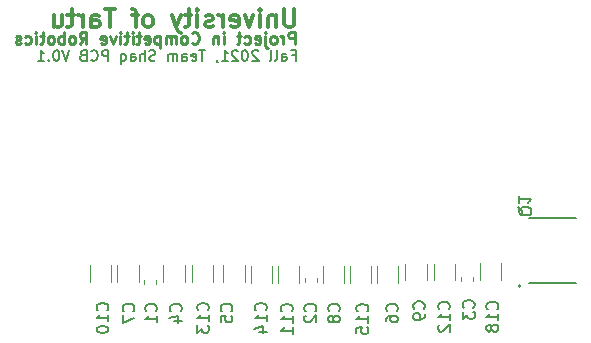
<source format=gbo>
G04 #@! TF.GenerationSoftware,KiCad,Pcbnew,5.99.0+really5.1.10+dfsg1-1*
G04 #@! TF.CreationDate,2021-12-28T19:21:21+02:00*
G04 #@! TF.ProjectId,components_main_board,636f6d70-6f6e-4656-9e74-735f6d61696e,V0.1*
G04 #@! TF.SameCoordinates,Original*
G04 #@! TF.FileFunction,Legend,Bot*
G04 #@! TF.FilePolarity,Positive*
%FSLAX46Y46*%
G04 Gerber Fmt 4.6, Leading zero omitted, Abs format (unit mm)*
G04 Created by KiCad (PCBNEW 5.99.0+really5.1.10+dfsg1-1) date 2021-12-28 19:21:21*
%MOMM*%
%LPD*%
G01*
G04 APERTURE LIST*
%ADD10C,0.200000*%
%ADD11C,0.250000*%
%ADD12C,0.300000*%
%ADD13C,0.120000*%
%ADD14C,0.127000*%
%ADD15C,0.150000*%
G04 APERTURE END LIST*
D10*
X213796914Y-103068914D02*
X214096914Y-103068914D01*
X214096914Y-103540342D02*
X214096914Y-102640342D01*
X213668342Y-102640342D01*
X212939771Y-103540342D02*
X212939771Y-103068914D01*
X212982628Y-102983200D01*
X213068342Y-102940342D01*
X213239771Y-102940342D01*
X213325485Y-102983200D01*
X212939771Y-103497485D02*
X213025485Y-103540342D01*
X213239771Y-103540342D01*
X213325485Y-103497485D01*
X213368342Y-103411771D01*
X213368342Y-103326057D01*
X213325485Y-103240342D01*
X213239771Y-103197485D01*
X213025485Y-103197485D01*
X212939771Y-103154628D01*
X212382628Y-103540342D02*
X212468342Y-103497485D01*
X212511200Y-103411771D01*
X212511200Y-102640342D01*
X211911200Y-103540342D02*
X211996914Y-103497485D01*
X212039771Y-103411771D01*
X212039771Y-102640342D01*
X210925485Y-102726057D02*
X210882628Y-102683200D01*
X210796914Y-102640342D01*
X210582628Y-102640342D01*
X210496914Y-102683200D01*
X210454057Y-102726057D01*
X210411200Y-102811771D01*
X210411200Y-102897485D01*
X210454057Y-103026057D01*
X210968342Y-103540342D01*
X210411200Y-103540342D01*
X209854057Y-102640342D02*
X209768342Y-102640342D01*
X209682628Y-102683200D01*
X209639771Y-102726057D01*
X209596914Y-102811771D01*
X209554057Y-102983200D01*
X209554057Y-103197485D01*
X209596914Y-103368914D01*
X209639771Y-103454628D01*
X209682628Y-103497485D01*
X209768342Y-103540342D01*
X209854057Y-103540342D01*
X209939771Y-103497485D01*
X209982628Y-103454628D01*
X210025485Y-103368914D01*
X210068342Y-103197485D01*
X210068342Y-102983200D01*
X210025485Y-102811771D01*
X209982628Y-102726057D01*
X209939771Y-102683200D01*
X209854057Y-102640342D01*
X209211200Y-102726057D02*
X209168342Y-102683200D01*
X209082628Y-102640342D01*
X208868342Y-102640342D01*
X208782628Y-102683200D01*
X208739771Y-102726057D01*
X208696914Y-102811771D01*
X208696914Y-102897485D01*
X208739771Y-103026057D01*
X209254057Y-103540342D01*
X208696914Y-103540342D01*
X207839771Y-103540342D02*
X208354057Y-103540342D01*
X208096914Y-103540342D02*
X208096914Y-102640342D01*
X208182628Y-102768914D01*
X208268342Y-102854628D01*
X208354057Y-102897485D01*
X207411200Y-103497485D02*
X207411200Y-103540342D01*
X207454057Y-103626057D01*
X207496914Y-103668914D01*
X206468342Y-102640342D02*
X205954057Y-102640342D01*
X206211200Y-103540342D02*
X206211200Y-102640342D01*
X205311200Y-103497485D02*
X205396914Y-103540342D01*
X205568342Y-103540342D01*
X205654057Y-103497485D01*
X205696914Y-103411771D01*
X205696914Y-103068914D01*
X205654057Y-102983200D01*
X205568342Y-102940342D01*
X205396914Y-102940342D01*
X205311200Y-102983200D01*
X205268342Y-103068914D01*
X205268342Y-103154628D01*
X205696914Y-103240342D01*
X204496914Y-103540342D02*
X204496914Y-103068914D01*
X204539771Y-102983200D01*
X204625485Y-102940342D01*
X204796914Y-102940342D01*
X204882628Y-102983200D01*
X204496914Y-103497485D02*
X204582628Y-103540342D01*
X204796914Y-103540342D01*
X204882628Y-103497485D01*
X204925485Y-103411771D01*
X204925485Y-103326057D01*
X204882628Y-103240342D01*
X204796914Y-103197485D01*
X204582628Y-103197485D01*
X204496914Y-103154628D01*
X204068342Y-103540342D02*
X204068342Y-102940342D01*
X204068342Y-103026057D02*
X204025485Y-102983200D01*
X203939771Y-102940342D01*
X203811200Y-102940342D01*
X203725485Y-102983200D01*
X203682628Y-103068914D01*
X203682628Y-103540342D01*
X203682628Y-103068914D02*
X203639771Y-102983200D01*
X203554057Y-102940342D01*
X203425485Y-102940342D01*
X203339771Y-102983200D01*
X203296914Y-103068914D01*
X203296914Y-103540342D01*
X202225485Y-103497485D02*
X202096914Y-103540342D01*
X201882628Y-103540342D01*
X201796914Y-103497485D01*
X201754057Y-103454628D01*
X201711200Y-103368914D01*
X201711200Y-103283200D01*
X201754057Y-103197485D01*
X201796914Y-103154628D01*
X201882628Y-103111771D01*
X202054057Y-103068914D01*
X202139771Y-103026057D01*
X202182628Y-102983200D01*
X202225485Y-102897485D01*
X202225485Y-102811771D01*
X202182628Y-102726057D01*
X202139771Y-102683200D01*
X202054057Y-102640342D01*
X201839771Y-102640342D01*
X201711200Y-102683200D01*
X201325485Y-103540342D02*
X201325485Y-102640342D01*
X200939771Y-103540342D02*
X200939771Y-103068914D01*
X200982628Y-102983200D01*
X201068342Y-102940342D01*
X201196914Y-102940342D01*
X201282628Y-102983200D01*
X201325485Y-103026057D01*
X200125485Y-103540342D02*
X200125485Y-103068914D01*
X200168342Y-102983200D01*
X200254057Y-102940342D01*
X200425485Y-102940342D01*
X200511200Y-102983200D01*
X200125485Y-103497485D02*
X200211200Y-103540342D01*
X200425485Y-103540342D01*
X200511200Y-103497485D01*
X200554057Y-103411771D01*
X200554057Y-103326057D01*
X200511200Y-103240342D01*
X200425485Y-103197485D01*
X200211200Y-103197485D01*
X200125485Y-103154628D01*
X199311200Y-102940342D02*
X199311200Y-103840342D01*
X199311200Y-103497485D02*
X199396914Y-103540342D01*
X199568342Y-103540342D01*
X199654057Y-103497485D01*
X199696914Y-103454628D01*
X199739771Y-103368914D01*
X199739771Y-103111771D01*
X199696914Y-103026057D01*
X199654057Y-102983200D01*
X199568342Y-102940342D01*
X199396914Y-102940342D01*
X199311200Y-102983200D01*
X198196914Y-103540342D02*
X198196914Y-102640342D01*
X197854057Y-102640342D01*
X197768342Y-102683200D01*
X197725485Y-102726057D01*
X197682628Y-102811771D01*
X197682628Y-102940342D01*
X197725485Y-103026057D01*
X197768342Y-103068914D01*
X197854057Y-103111771D01*
X198196914Y-103111771D01*
X196782628Y-103454628D02*
X196825485Y-103497485D01*
X196954057Y-103540342D01*
X197039771Y-103540342D01*
X197168342Y-103497485D01*
X197254057Y-103411771D01*
X197296914Y-103326057D01*
X197339771Y-103154628D01*
X197339771Y-103026057D01*
X197296914Y-102854628D01*
X197254057Y-102768914D01*
X197168342Y-102683200D01*
X197039771Y-102640342D01*
X196954057Y-102640342D01*
X196825485Y-102683200D01*
X196782628Y-102726057D01*
X196096914Y-103068914D02*
X195968342Y-103111771D01*
X195925485Y-103154628D01*
X195882628Y-103240342D01*
X195882628Y-103368914D01*
X195925485Y-103454628D01*
X195968342Y-103497485D01*
X196054057Y-103540342D01*
X196396914Y-103540342D01*
X196396914Y-102640342D01*
X196096914Y-102640342D01*
X196011200Y-102683200D01*
X195968342Y-102726057D01*
X195925485Y-102811771D01*
X195925485Y-102897485D01*
X195968342Y-102983200D01*
X196011200Y-103026057D01*
X196096914Y-103068914D01*
X196396914Y-103068914D01*
X194939771Y-102640342D02*
X194639771Y-103540342D01*
X194339771Y-102640342D01*
X193868342Y-102640342D02*
X193782628Y-102640342D01*
X193696914Y-102683200D01*
X193654057Y-102726057D01*
X193611200Y-102811771D01*
X193568342Y-102983200D01*
X193568342Y-103197485D01*
X193611200Y-103368914D01*
X193654057Y-103454628D01*
X193696914Y-103497485D01*
X193782628Y-103540342D01*
X193868342Y-103540342D01*
X193954057Y-103497485D01*
X193996914Y-103454628D01*
X194039771Y-103368914D01*
X194082628Y-103197485D01*
X194082628Y-102983200D01*
X194039771Y-102811771D01*
X193996914Y-102726057D01*
X193954057Y-102683200D01*
X193868342Y-102640342D01*
X193182628Y-103454628D02*
X193139771Y-103497485D01*
X193182628Y-103540342D01*
X193225485Y-103497485D01*
X193182628Y-103454628D01*
X193182628Y-103540342D01*
X192282628Y-103540342D02*
X192796914Y-103540342D01*
X192539771Y-103540342D02*
X192539771Y-102640342D01*
X192625485Y-102768914D01*
X192711200Y-102854628D01*
X192796914Y-102897485D01*
D11*
X214055523Y-102112380D02*
X214055523Y-101112380D01*
X213674571Y-101112380D01*
X213579333Y-101160000D01*
X213531714Y-101207619D01*
X213484095Y-101302857D01*
X213484095Y-101445714D01*
X213531714Y-101540952D01*
X213579333Y-101588571D01*
X213674571Y-101636190D01*
X214055523Y-101636190D01*
X213055523Y-102112380D02*
X213055523Y-101445714D01*
X213055523Y-101636190D02*
X213007904Y-101540952D01*
X212960285Y-101493333D01*
X212865047Y-101445714D01*
X212769809Y-101445714D01*
X212293619Y-102112380D02*
X212388857Y-102064761D01*
X212436476Y-102017142D01*
X212484095Y-101921904D01*
X212484095Y-101636190D01*
X212436476Y-101540952D01*
X212388857Y-101493333D01*
X212293619Y-101445714D01*
X212150761Y-101445714D01*
X212055523Y-101493333D01*
X212007904Y-101540952D01*
X211960285Y-101636190D01*
X211960285Y-101921904D01*
X212007904Y-102017142D01*
X212055523Y-102064761D01*
X212150761Y-102112380D01*
X212293619Y-102112380D01*
X211531714Y-101445714D02*
X211531714Y-102302857D01*
X211579333Y-102398095D01*
X211674571Y-102445714D01*
X211722190Y-102445714D01*
X211531714Y-101112380D02*
X211579333Y-101160000D01*
X211531714Y-101207619D01*
X211484095Y-101160000D01*
X211531714Y-101112380D01*
X211531714Y-101207619D01*
X210674571Y-102064761D02*
X210769809Y-102112380D01*
X210960285Y-102112380D01*
X211055523Y-102064761D01*
X211103142Y-101969523D01*
X211103142Y-101588571D01*
X211055523Y-101493333D01*
X210960285Y-101445714D01*
X210769809Y-101445714D01*
X210674571Y-101493333D01*
X210626952Y-101588571D01*
X210626952Y-101683809D01*
X211103142Y-101779047D01*
X209769809Y-102064761D02*
X209865047Y-102112380D01*
X210055523Y-102112380D01*
X210150761Y-102064761D01*
X210198380Y-102017142D01*
X210246000Y-101921904D01*
X210246000Y-101636190D01*
X210198380Y-101540952D01*
X210150761Y-101493333D01*
X210055523Y-101445714D01*
X209865047Y-101445714D01*
X209769809Y-101493333D01*
X209484095Y-101445714D02*
X209103142Y-101445714D01*
X209341238Y-101112380D02*
X209341238Y-101969523D01*
X209293619Y-102064761D01*
X209198380Y-102112380D01*
X209103142Y-102112380D01*
X208007904Y-102112380D02*
X208007904Y-101445714D01*
X208007904Y-101112380D02*
X208055523Y-101160000D01*
X208007904Y-101207619D01*
X207960285Y-101160000D01*
X208007904Y-101112380D01*
X208007904Y-101207619D01*
X207531714Y-101445714D02*
X207531714Y-102112380D01*
X207531714Y-101540952D02*
X207484095Y-101493333D01*
X207388857Y-101445714D01*
X207246000Y-101445714D01*
X207150761Y-101493333D01*
X207103142Y-101588571D01*
X207103142Y-102112380D01*
X205293619Y-102017142D02*
X205341238Y-102064761D01*
X205484095Y-102112380D01*
X205579333Y-102112380D01*
X205722190Y-102064761D01*
X205817428Y-101969523D01*
X205865047Y-101874285D01*
X205912666Y-101683809D01*
X205912666Y-101540952D01*
X205865047Y-101350476D01*
X205817428Y-101255238D01*
X205722190Y-101160000D01*
X205579333Y-101112380D01*
X205484095Y-101112380D01*
X205341238Y-101160000D01*
X205293619Y-101207619D01*
X204722190Y-102112380D02*
X204817428Y-102064761D01*
X204865047Y-102017142D01*
X204912666Y-101921904D01*
X204912666Y-101636190D01*
X204865047Y-101540952D01*
X204817428Y-101493333D01*
X204722190Y-101445714D01*
X204579333Y-101445714D01*
X204484095Y-101493333D01*
X204436476Y-101540952D01*
X204388857Y-101636190D01*
X204388857Y-101921904D01*
X204436476Y-102017142D01*
X204484095Y-102064761D01*
X204579333Y-102112380D01*
X204722190Y-102112380D01*
X203960285Y-102112380D02*
X203960285Y-101445714D01*
X203960285Y-101540952D02*
X203912666Y-101493333D01*
X203817428Y-101445714D01*
X203674571Y-101445714D01*
X203579333Y-101493333D01*
X203531714Y-101588571D01*
X203531714Y-102112380D01*
X203531714Y-101588571D02*
X203484095Y-101493333D01*
X203388857Y-101445714D01*
X203246000Y-101445714D01*
X203150761Y-101493333D01*
X203103142Y-101588571D01*
X203103142Y-102112380D01*
X202626952Y-101445714D02*
X202626952Y-102445714D01*
X202626952Y-101493333D02*
X202531714Y-101445714D01*
X202341238Y-101445714D01*
X202246000Y-101493333D01*
X202198380Y-101540952D01*
X202150761Y-101636190D01*
X202150761Y-101921904D01*
X202198380Y-102017142D01*
X202246000Y-102064761D01*
X202341238Y-102112380D01*
X202531714Y-102112380D01*
X202626952Y-102064761D01*
X201341238Y-102064761D02*
X201436476Y-102112380D01*
X201626952Y-102112380D01*
X201722190Y-102064761D01*
X201769809Y-101969523D01*
X201769809Y-101588571D01*
X201722190Y-101493333D01*
X201626952Y-101445714D01*
X201436476Y-101445714D01*
X201341238Y-101493333D01*
X201293619Y-101588571D01*
X201293619Y-101683809D01*
X201769809Y-101779047D01*
X201007904Y-101445714D02*
X200626952Y-101445714D01*
X200865047Y-101112380D02*
X200865047Y-101969523D01*
X200817428Y-102064761D01*
X200722190Y-102112380D01*
X200626952Y-102112380D01*
X200293619Y-102112380D02*
X200293619Y-101445714D01*
X200293619Y-101112380D02*
X200341238Y-101160000D01*
X200293619Y-101207619D01*
X200246000Y-101160000D01*
X200293619Y-101112380D01*
X200293619Y-101207619D01*
X199960285Y-101445714D02*
X199579333Y-101445714D01*
X199817428Y-101112380D02*
X199817428Y-101969523D01*
X199769809Y-102064761D01*
X199674571Y-102112380D01*
X199579333Y-102112380D01*
X199246000Y-102112380D02*
X199246000Y-101445714D01*
X199246000Y-101112380D02*
X199293619Y-101160000D01*
X199246000Y-101207619D01*
X199198380Y-101160000D01*
X199246000Y-101112380D01*
X199246000Y-101207619D01*
X198865047Y-101445714D02*
X198626952Y-102112380D01*
X198388857Y-101445714D01*
X197626952Y-102064761D02*
X197722190Y-102112380D01*
X197912666Y-102112380D01*
X198007904Y-102064761D01*
X198055523Y-101969523D01*
X198055523Y-101588571D01*
X198007904Y-101493333D01*
X197912666Y-101445714D01*
X197722190Y-101445714D01*
X197626952Y-101493333D01*
X197579333Y-101588571D01*
X197579333Y-101683809D01*
X198055523Y-101779047D01*
X195817428Y-102112380D02*
X196150761Y-101636190D01*
X196388857Y-102112380D02*
X196388857Y-101112380D01*
X196007904Y-101112380D01*
X195912666Y-101160000D01*
X195865047Y-101207619D01*
X195817428Y-101302857D01*
X195817428Y-101445714D01*
X195865047Y-101540952D01*
X195912666Y-101588571D01*
X196007904Y-101636190D01*
X196388857Y-101636190D01*
X195246000Y-102112380D02*
X195341238Y-102064761D01*
X195388857Y-102017142D01*
X195436476Y-101921904D01*
X195436476Y-101636190D01*
X195388857Y-101540952D01*
X195341238Y-101493333D01*
X195246000Y-101445714D01*
X195103142Y-101445714D01*
X195007904Y-101493333D01*
X194960285Y-101540952D01*
X194912666Y-101636190D01*
X194912666Y-101921904D01*
X194960285Y-102017142D01*
X195007904Y-102064761D01*
X195103142Y-102112380D01*
X195246000Y-102112380D01*
X194484095Y-102112380D02*
X194484095Y-101112380D01*
X194484095Y-101493333D02*
X194388857Y-101445714D01*
X194198380Y-101445714D01*
X194103142Y-101493333D01*
X194055523Y-101540952D01*
X194007904Y-101636190D01*
X194007904Y-101921904D01*
X194055523Y-102017142D01*
X194103142Y-102064761D01*
X194198380Y-102112380D01*
X194388857Y-102112380D01*
X194484095Y-102064761D01*
X193436476Y-102112380D02*
X193531714Y-102064761D01*
X193579333Y-102017142D01*
X193626952Y-101921904D01*
X193626952Y-101636190D01*
X193579333Y-101540952D01*
X193531714Y-101493333D01*
X193436476Y-101445714D01*
X193293619Y-101445714D01*
X193198380Y-101493333D01*
X193150761Y-101540952D01*
X193103142Y-101636190D01*
X193103142Y-101921904D01*
X193150761Y-102017142D01*
X193198380Y-102064761D01*
X193293619Y-102112380D01*
X193436476Y-102112380D01*
X192817428Y-101445714D02*
X192436476Y-101445714D01*
X192674571Y-101112380D02*
X192674571Y-101969523D01*
X192626952Y-102064761D01*
X192531714Y-102112380D01*
X192436476Y-102112380D01*
X192103142Y-102112380D02*
X192103142Y-101445714D01*
X192103142Y-101112380D02*
X192150761Y-101160000D01*
X192103142Y-101207619D01*
X192055523Y-101160000D01*
X192103142Y-101112380D01*
X192103142Y-101207619D01*
X191198380Y-102064761D02*
X191293619Y-102112380D01*
X191484095Y-102112380D01*
X191579333Y-102064761D01*
X191626952Y-102017142D01*
X191674571Y-101921904D01*
X191674571Y-101636190D01*
X191626952Y-101540952D01*
X191579333Y-101493333D01*
X191484095Y-101445714D01*
X191293619Y-101445714D01*
X191198380Y-101493333D01*
X190817428Y-102064761D02*
X190722190Y-102112380D01*
X190531714Y-102112380D01*
X190436476Y-102064761D01*
X190388857Y-101969523D01*
X190388857Y-101921904D01*
X190436476Y-101826666D01*
X190531714Y-101779047D01*
X190674571Y-101779047D01*
X190769809Y-101731428D01*
X190817428Y-101636190D01*
X190817428Y-101588571D01*
X190769809Y-101493333D01*
X190674571Y-101445714D01*
X190531714Y-101445714D01*
X190436476Y-101493333D01*
D12*
X213999371Y-99187571D02*
X213999371Y-100401857D01*
X213927942Y-100544714D01*
X213856514Y-100616142D01*
X213713657Y-100687571D01*
X213427942Y-100687571D01*
X213285085Y-100616142D01*
X213213657Y-100544714D01*
X213142228Y-100401857D01*
X213142228Y-99187571D01*
X212427942Y-99687571D02*
X212427942Y-100687571D01*
X212427942Y-99830428D02*
X212356514Y-99759000D01*
X212213657Y-99687571D01*
X211999371Y-99687571D01*
X211856514Y-99759000D01*
X211785085Y-99901857D01*
X211785085Y-100687571D01*
X211070800Y-100687571D02*
X211070800Y-99687571D01*
X211070800Y-99187571D02*
X211142228Y-99259000D01*
X211070800Y-99330428D01*
X210999371Y-99259000D01*
X211070800Y-99187571D01*
X211070800Y-99330428D01*
X210499371Y-99687571D02*
X210142228Y-100687571D01*
X209785085Y-99687571D01*
X208642228Y-100616142D02*
X208785085Y-100687571D01*
X209070800Y-100687571D01*
X209213657Y-100616142D01*
X209285085Y-100473285D01*
X209285085Y-99901857D01*
X209213657Y-99759000D01*
X209070800Y-99687571D01*
X208785085Y-99687571D01*
X208642228Y-99759000D01*
X208570800Y-99901857D01*
X208570800Y-100044714D01*
X209285085Y-100187571D01*
X207927942Y-100687571D02*
X207927942Y-99687571D01*
X207927942Y-99973285D02*
X207856514Y-99830428D01*
X207785085Y-99759000D01*
X207642228Y-99687571D01*
X207499371Y-99687571D01*
X207070800Y-100616142D02*
X206927942Y-100687571D01*
X206642228Y-100687571D01*
X206499371Y-100616142D01*
X206427942Y-100473285D01*
X206427942Y-100401857D01*
X206499371Y-100259000D01*
X206642228Y-100187571D01*
X206856514Y-100187571D01*
X206999371Y-100116142D01*
X207070800Y-99973285D01*
X207070800Y-99901857D01*
X206999371Y-99759000D01*
X206856514Y-99687571D01*
X206642228Y-99687571D01*
X206499371Y-99759000D01*
X205785085Y-100687571D02*
X205785085Y-99687571D01*
X205785085Y-99187571D02*
X205856514Y-99259000D01*
X205785085Y-99330428D01*
X205713657Y-99259000D01*
X205785085Y-99187571D01*
X205785085Y-99330428D01*
X205285085Y-99687571D02*
X204713657Y-99687571D01*
X205070800Y-99187571D02*
X205070800Y-100473285D01*
X204999371Y-100616142D01*
X204856514Y-100687571D01*
X204713657Y-100687571D01*
X204356514Y-99687571D02*
X203999371Y-100687571D01*
X203642228Y-99687571D02*
X203999371Y-100687571D01*
X204142228Y-101044714D01*
X204213657Y-101116142D01*
X204356514Y-101187571D01*
X201713657Y-100687571D02*
X201856514Y-100616142D01*
X201927942Y-100544714D01*
X201999371Y-100401857D01*
X201999371Y-99973285D01*
X201927942Y-99830428D01*
X201856514Y-99759000D01*
X201713657Y-99687571D01*
X201499371Y-99687571D01*
X201356514Y-99759000D01*
X201285085Y-99830428D01*
X201213657Y-99973285D01*
X201213657Y-100401857D01*
X201285085Y-100544714D01*
X201356514Y-100616142D01*
X201499371Y-100687571D01*
X201713657Y-100687571D01*
X200785085Y-99687571D02*
X200213657Y-99687571D01*
X200570800Y-100687571D02*
X200570800Y-99401857D01*
X200499371Y-99259000D01*
X200356514Y-99187571D01*
X200213657Y-99187571D01*
X198785085Y-99187571D02*
X197927942Y-99187571D01*
X198356514Y-100687571D02*
X198356514Y-99187571D01*
X196785085Y-100687571D02*
X196785085Y-99901857D01*
X196856514Y-99759000D01*
X196999371Y-99687571D01*
X197285085Y-99687571D01*
X197427942Y-99759000D01*
X196785085Y-100616142D02*
X196927942Y-100687571D01*
X197285085Y-100687571D01*
X197427942Y-100616142D01*
X197499371Y-100473285D01*
X197499371Y-100330428D01*
X197427942Y-100187571D01*
X197285085Y-100116142D01*
X196927942Y-100116142D01*
X196785085Y-100044714D01*
X196070800Y-100687571D02*
X196070800Y-99687571D01*
X196070800Y-99973285D02*
X195999371Y-99830428D01*
X195927942Y-99759000D01*
X195785085Y-99687571D01*
X195642228Y-99687571D01*
X195356514Y-99687571D02*
X194785085Y-99687571D01*
X195142228Y-99187571D02*
X195142228Y-100473285D01*
X195070800Y-100616142D01*
X194927942Y-100687571D01*
X194785085Y-100687571D01*
X193642228Y-99687571D02*
X193642228Y-100687571D01*
X194285085Y-99687571D02*
X194285085Y-100473285D01*
X194213657Y-100616142D01*
X194070800Y-100687571D01*
X193856514Y-100687571D01*
X193713657Y-100616142D01*
X193642228Y-100544714D01*
D13*
X229690000Y-120688748D02*
X229690000Y-122111252D01*
X231510000Y-120688748D02*
X231510000Y-122111252D01*
X218690000Y-120913748D02*
X218690000Y-122336252D01*
X220510000Y-120913748D02*
X220510000Y-122336252D01*
X210290000Y-120888748D02*
X210290000Y-122311252D01*
X212110000Y-120888748D02*
X212110000Y-122311252D01*
X205290000Y-120863748D02*
X205290000Y-122286252D01*
X207110000Y-120863748D02*
X207110000Y-122286252D01*
X225790000Y-120713748D02*
X225790000Y-122136252D01*
X227610000Y-120713748D02*
X227610000Y-122136252D01*
X212590000Y-120913748D02*
X212590000Y-122336252D01*
X214410000Y-120913748D02*
X214410000Y-122336252D01*
X196690000Y-120863748D02*
X196690000Y-122286252D01*
X198510000Y-120863748D02*
X198510000Y-122286252D01*
X223390000Y-120713748D02*
X223390000Y-122136252D01*
X225210000Y-120713748D02*
X225210000Y-122136252D01*
X216390000Y-120888748D02*
X216390000Y-122311252D01*
X218210000Y-120888748D02*
X218210000Y-122311252D01*
X198990000Y-120863748D02*
X198990000Y-122286252D01*
X200810000Y-120863748D02*
X200810000Y-122286252D01*
X220990000Y-120913748D02*
X220990000Y-122336252D01*
X222810000Y-120913748D02*
X222810000Y-122336252D01*
X207990000Y-120863748D02*
X207990000Y-122286252D01*
X209810000Y-120863748D02*
X209810000Y-122286252D01*
X202890000Y-120863748D02*
X202890000Y-122286252D01*
X204710000Y-120863748D02*
X204710000Y-122286252D01*
D10*
X233157000Y-122592400D02*
G75*
G03*
X233157000Y-122592400I-100000J0D01*
G01*
D14*
X237832000Y-122312400D02*
X233882000Y-122312400D01*
X233882000Y-116872400D02*
X237832000Y-116872400D01*
D13*
X229110000Y-121867921D02*
X229110000Y-122193479D01*
X228090000Y-121867921D02*
X228090000Y-122193479D01*
X202310000Y-122124721D02*
X202310000Y-122450279D01*
X201290000Y-122124721D02*
X201290000Y-122450279D01*
X214890000Y-121944221D02*
X214890000Y-122269779D01*
X215910000Y-121944221D02*
X215910000Y-122269779D01*
D15*
X231157142Y-124557142D02*
X231204761Y-124509523D01*
X231252380Y-124366666D01*
X231252380Y-124271428D01*
X231204761Y-124128571D01*
X231109523Y-124033333D01*
X231014285Y-123985714D01*
X230823809Y-123938095D01*
X230680952Y-123938095D01*
X230490476Y-123985714D01*
X230395238Y-124033333D01*
X230300000Y-124128571D01*
X230252380Y-124271428D01*
X230252380Y-124366666D01*
X230300000Y-124509523D01*
X230347619Y-124557142D01*
X231252380Y-125509523D02*
X231252380Y-124938095D01*
X231252380Y-125223809D02*
X230252380Y-125223809D01*
X230395238Y-125128571D01*
X230490476Y-125033333D01*
X230538095Y-124938095D01*
X230680952Y-126080952D02*
X230633333Y-125985714D01*
X230585714Y-125938095D01*
X230490476Y-125890476D01*
X230442857Y-125890476D01*
X230347619Y-125938095D01*
X230300000Y-125985714D01*
X230252380Y-126080952D01*
X230252380Y-126271428D01*
X230300000Y-126366666D01*
X230347619Y-126414285D01*
X230442857Y-126461904D01*
X230490476Y-126461904D01*
X230585714Y-126414285D01*
X230633333Y-126366666D01*
X230680952Y-126271428D01*
X230680952Y-126080952D01*
X230728571Y-125985714D01*
X230776190Y-125938095D01*
X230871428Y-125890476D01*
X231061904Y-125890476D01*
X231157142Y-125938095D01*
X231204761Y-125985714D01*
X231252380Y-126080952D01*
X231252380Y-126271428D01*
X231204761Y-126366666D01*
X231157142Y-126414285D01*
X231061904Y-126461904D01*
X230871428Y-126461904D01*
X230776190Y-126414285D01*
X230728571Y-126366666D01*
X230680952Y-126271428D01*
X220157142Y-124757142D02*
X220204761Y-124709523D01*
X220252380Y-124566666D01*
X220252380Y-124471428D01*
X220204761Y-124328571D01*
X220109523Y-124233333D01*
X220014285Y-124185714D01*
X219823809Y-124138095D01*
X219680952Y-124138095D01*
X219490476Y-124185714D01*
X219395238Y-124233333D01*
X219300000Y-124328571D01*
X219252380Y-124471428D01*
X219252380Y-124566666D01*
X219300000Y-124709523D01*
X219347619Y-124757142D01*
X220252380Y-125709523D02*
X220252380Y-125138095D01*
X220252380Y-125423809D02*
X219252380Y-125423809D01*
X219395238Y-125328571D01*
X219490476Y-125233333D01*
X219538095Y-125138095D01*
X219252380Y-126614285D02*
X219252380Y-126138095D01*
X219728571Y-126090476D01*
X219680952Y-126138095D01*
X219633333Y-126233333D01*
X219633333Y-126471428D01*
X219680952Y-126566666D01*
X219728571Y-126614285D01*
X219823809Y-126661904D01*
X220061904Y-126661904D01*
X220157142Y-126614285D01*
X220204761Y-126566666D01*
X220252380Y-126471428D01*
X220252380Y-126233333D01*
X220204761Y-126138095D01*
X220157142Y-126090476D01*
X211557142Y-124657142D02*
X211604761Y-124609523D01*
X211652380Y-124466666D01*
X211652380Y-124371428D01*
X211604761Y-124228571D01*
X211509523Y-124133333D01*
X211414285Y-124085714D01*
X211223809Y-124038095D01*
X211080952Y-124038095D01*
X210890476Y-124085714D01*
X210795238Y-124133333D01*
X210700000Y-124228571D01*
X210652380Y-124371428D01*
X210652380Y-124466666D01*
X210700000Y-124609523D01*
X210747619Y-124657142D01*
X211652380Y-125609523D02*
X211652380Y-125038095D01*
X211652380Y-125323809D02*
X210652380Y-125323809D01*
X210795238Y-125228571D01*
X210890476Y-125133333D01*
X210938095Y-125038095D01*
X210985714Y-126466666D02*
X211652380Y-126466666D01*
X210604761Y-126228571D02*
X211319047Y-125990476D01*
X211319047Y-126609523D01*
X206657142Y-124657142D02*
X206704761Y-124609523D01*
X206752380Y-124466666D01*
X206752380Y-124371428D01*
X206704761Y-124228571D01*
X206609523Y-124133333D01*
X206514285Y-124085714D01*
X206323809Y-124038095D01*
X206180952Y-124038095D01*
X205990476Y-124085714D01*
X205895238Y-124133333D01*
X205800000Y-124228571D01*
X205752380Y-124371428D01*
X205752380Y-124466666D01*
X205800000Y-124609523D01*
X205847619Y-124657142D01*
X206752380Y-125609523D02*
X206752380Y-125038095D01*
X206752380Y-125323809D02*
X205752380Y-125323809D01*
X205895238Y-125228571D01*
X205990476Y-125133333D01*
X206038095Y-125038095D01*
X205752380Y-125942857D02*
X205752380Y-126561904D01*
X206133333Y-126228571D01*
X206133333Y-126371428D01*
X206180952Y-126466666D01*
X206228571Y-126514285D01*
X206323809Y-126561904D01*
X206561904Y-126561904D01*
X206657142Y-126514285D01*
X206704761Y-126466666D01*
X206752380Y-126371428D01*
X206752380Y-126085714D01*
X206704761Y-125990476D01*
X206657142Y-125942857D01*
X227057142Y-124557142D02*
X227104761Y-124509523D01*
X227152380Y-124366666D01*
X227152380Y-124271428D01*
X227104761Y-124128571D01*
X227009523Y-124033333D01*
X226914285Y-123985714D01*
X226723809Y-123938095D01*
X226580952Y-123938095D01*
X226390476Y-123985714D01*
X226295238Y-124033333D01*
X226200000Y-124128571D01*
X226152380Y-124271428D01*
X226152380Y-124366666D01*
X226200000Y-124509523D01*
X226247619Y-124557142D01*
X227152380Y-125509523D02*
X227152380Y-124938095D01*
X227152380Y-125223809D02*
X226152380Y-125223809D01*
X226295238Y-125128571D01*
X226390476Y-125033333D01*
X226438095Y-124938095D01*
X226247619Y-125890476D02*
X226200000Y-125938095D01*
X226152380Y-126033333D01*
X226152380Y-126271428D01*
X226200000Y-126366666D01*
X226247619Y-126414285D01*
X226342857Y-126461904D01*
X226438095Y-126461904D01*
X226580952Y-126414285D01*
X227152380Y-125842857D01*
X227152380Y-126461904D01*
X213757142Y-124757142D02*
X213804761Y-124709523D01*
X213852380Y-124566666D01*
X213852380Y-124471428D01*
X213804761Y-124328571D01*
X213709523Y-124233333D01*
X213614285Y-124185714D01*
X213423809Y-124138095D01*
X213280952Y-124138095D01*
X213090476Y-124185714D01*
X212995238Y-124233333D01*
X212900000Y-124328571D01*
X212852380Y-124471428D01*
X212852380Y-124566666D01*
X212900000Y-124709523D01*
X212947619Y-124757142D01*
X213852380Y-125709523D02*
X213852380Y-125138095D01*
X213852380Y-125423809D02*
X212852380Y-125423809D01*
X212995238Y-125328571D01*
X213090476Y-125233333D01*
X213138095Y-125138095D01*
X213852380Y-126661904D02*
X213852380Y-126090476D01*
X213852380Y-126376190D02*
X212852380Y-126376190D01*
X212995238Y-126280952D01*
X213090476Y-126185714D01*
X213138095Y-126090476D01*
X198157142Y-124657142D02*
X198204761Y-124609523D01*
X198252380Y-124466666D01*
X198252380Y-124371428D01*
X198204761Y-124228571D01*
X198109523Y-124133333D01*
X198014285Y-124085714D01*
X197823809Y-124038095D01*
X197680952Y-124038095D01*
X197490476Y-124085714D01*
X197395238Y-124133333D01*
X197300000Y-124228571D01*
X197252380Y-124371428D01*
X197252380Y-124466666D01*
X197300000Y-124609523D01*
X197347619Y-124657142D01*
X198252380Y-125609523D02*
X198252380Y-125038095D01*
X198252380Y-125323809D02*
X197252380Y-125323809D01*
X197395238Y-125228571D01*
X197490476Y-125133333D01*
X197538095Y-125038095D01*
X197252380Y-126228571D02*
X197252380Y-126323809D01*
X197300000Y-126419047D01*
X197347619Y-126466666D01*
X197442857Y-126514285D01*
X197633333Y-126561904D01*
X197871428Y-126561904D01*
X198061904Y-126514285D01*
X198157142Y-126466666D01*
X198204761Y-126419047D01*
X198252380Y-126323809D01*
X198252380Y-126228571D01*
X198204761Y-126133333D01*
X198157142Y-126085714D01*
X198061904Y-126038095D01*
X197871428Y-125990476D01*
X197633333Y-125990476D01*
X197442857Y-126038095D01*
X197347619Y-126085714D01*
X197300000Y-126133333D01*
X197252380Y-126228571D01*
X224957142Y-124533333D02*
X225004761Y-124485714D01*
X225052380Y-124342857D01*
X225052380Y-124247619D01*
X225004761Y-124104761D01*
X224909523Y-124009523D01*
X224814285Y-123961904D01*
X224623809Y-123914285D01*
X224480952Y-123914285D01*
X224290476Y-123961904D01*
X224195238Y-124009523D01*
X224100000Y-124104761D01*
X224052380Y-124247619D01*
X224052380Y-124342857D01*
X224100000Y-124485714D01*
X224147619Y-124533333D01*
X225052380Y-125009523D02*
X225052380Y-125200000D01*
X225004761Y-125295238D01*
X224957142Y-125342857D01*
X224814285Y-125438095D01*
X224623809Y-125485714D01*
X224242857Y-125485714D01*
X224147619Y-125438095D01*
X224100000Y-125390476D01*
X224052380Y-125295238D01*
X224052380Y-125104761D01*
X224100000Y-125009523D01*
X224147619Y-124961904D01*
X224242857Y-124914285D01*
X224480952Y-124914285D01*
X224576190Y-124961904D01*
X224623809Y-125009523D01*
X224671428Y-125104761D01*
X224671428Y-125295238D01*
X224623809Y-125390476D01*
X224576190Y-125438095D01*
X224480952Y-125485714D01*
X217757142Y-124733333D02*
X217804761Y-124685714D01*
X217852380Y-124542857D01*
X217852380Y-124447619D01*
X217804761Y-124304761D01*
X217709523Y-124209523D01*
X217614285Y-124161904D01*
X217423809Y-124114285D01*
X217280952Y-124114285D01*
X217090476Y-124161904D01*
X216995238Y-124209523D01*
X216900000Y-124304761D01*
X216852380Y-124447619D01*
X216852380Y-124542857D01*
X216900000Y-124685714D01*
X216947619Y-124733333D01*
X217280952Y-125304761D02*
X217233333Y-125209523D01*
X217185714Y-125161904D01*
X217090476Y-125114285D01*
X217042857Y-125114285D01*
X216947619Y-125161904D01*
X216900000Y-125209523D01*
X216852380Y-125304761D01*
X216852380Y-125495238D01*
X216900000Y-125590476D01*
X216947619Y-125638095D01*
X217042857Y-125685714D01*
X217090476Y-125685714D01*
X217185714Y-125638095D01*
X217233333Y-125590476D01*
X217280952Y-125495238D01*
X217280952Y-125304761D01*
X217328571Y-125209523D01*
X217376190Y-125161904D01*
X217471428Y-125114285D01*
X217661904Y-125114285D01*
X217757142Y-125161904D01*
X217804761Y-125209523D01*
X217852380Y-125304761D01*
X217852380Y-125495238D01*
X217804761Y-125590476D01*
X217757142Y-125638095D01*
X217661904Y-125685714D01*
X217471428Y-125685714D01*
X217376190Y-125638095D01*
X217328571Y-125590476D01*
X217280952Y-125495238D01*
X200357142Y-124733333D02*
X200404761Y-124685714D01*
X200452380Y-124542857D01*
X200452380Y-124447619D01*
X200404761Y-124304761D01*
X200309523Y-124209523D01*
X200214285Y-124161904D01*
X200023809Y-124114285D01*
X199880952Y-124114285D01*
X199690476Y-124161904D01*
X199595238Y-124209523D01*
X199500000Y-124304761D01*
X199452380Y-124447619D01*
X199452380Y-124542857D01*
X199500000Y-124685714D01*
X199547619Y-124733333D01*
X199452380Y-125066666D02*
X199452380Y-125733333D01*
X200452380Y-125304761D01*
X222657142Y-124733333D02*
X222704761Y-124685714D01*
X222752380Y-124542857D01*
X222752380Y-124447619D01*
X222704761Y-124304761D01*
X222609523Y-124209523D01*
X222514285Y-124161904D01*
X222323809Y-124114285D01*
X222180952Y-124114285D01*
X221990476Y-124161904D01*
X221895238Y-124209523D01*
X221800000Y-124304761D01*
X221752380Y-124447619D01*
X221752380Y-124542857D01*
X221800000Y-124685714D01*
X221847619Y-124733333D01*
X221752380Y-125590476D02*
X221752380Y-125400000D01*
X221800000Y-125304761D01*
X221847619Y-125257142D01*
X221990476Y-125161904D01*
X222180952Y-125114285D01*
X222561904Y-125114285D01*
X222657142Y-125161904D01*
X222704761Y-125209523D01*
X222752380Y-125304761D01*
X222752380Y-125495238D01*
X222704761Y-125590476D01*
X222657142Y-125638095D01*
X222561904Y-125685714D01*
X222323809Y-125685714D01*
X222228571Y-125638095D01*
X222180952Y-125590476D01*
X222133333Y-125495238D01*
X222133333Y-125304761D01*
X222180952Y-125209523D01*
X222228571Y-125161904D01*
X222323809Y-125114285D01*
X208657142Y-124733333D02*
X208704761Y-124685714D01*
X208752380Y-124542857D01*
X208752380Y-124447619D01*
X208704761Y-124304761D01*
X208609523Y-124209523D01*
X208514285Y-124161904D01*
X208323809Y-124114285D01*
X208180952Y-124114285D01*
X207990476Y-124161904D01*
X207895238Y-124209523D01*
X207800000Y-124304761D01*
X207752380Y-124447619D01*
X207752380Y-124542857D01*
X207800000Y-124685714D01*
X207847619Y-124733333D01*
X207752380Y-125638095D02*
X207752380Y-125161904D01*
X208228571Y-125114285D01*
X208180952Y-125161904D01*
X208133333Y-125257142D01*
X208133333Y-125495238D01*
X208180952Y-125590476D01*
X208228571Y-125638095D01*
X208323809Y-125685714D01*
X208561904Y-125685714D01*
X208657142Y-125638095D01*
X208704761Y-125590476D01*
X208752380Y-125495238D01*
X208752380Y-125257142D01*
X208704761Y-125161904D01*
X208657142Y-125114285D01*
X204357142Y-124733333D02*
X204404761Y-124685714D01*
X204452380Y-124542857D01*
X204452380Y-124447619D01*
X204404761Y-124304761D01*
X204309523Y-124209523D01*
X204214285Y-124161904D01*
X204023809Y-124114285D01*
X203880952Y-124114285D01*
X203690476Y-124161904D01*
X203595238Y-124209523D01*
X203500000Y-124304761D01*
X203452380Y-124447619D01*
X203452380Y-124542857D01*
X203500000Y-124685714D01*
X203547619Y-124733333D01*
X203785714Y-125590476D02*
X204452380Y-125590476D01*
X203404761Y-125352380D02*
X204119047Y-125114285D01*
X204119047Y-125733333D01*
X232952380Y-115895238D02*
X233000000Y-115990476D01*
X233095238Y-116085714D01*
X233238095Y-116228571D01*
X233285714Y-116323809D01*
X233285714Y-116419047D01*
X233047619Y-116371428D02*
X233095238Y-116466666D01*
X233190476Y-116561904D01*
X233380952Y-116609523D01*
X233714285Y-116609523D01*
X233904761Y-116561904D01*
X234000000Y-116466666D01*
X234047619Y-116371428D01*
X234047619Y-116180952D01*
X234000000Y-116085714D01*
X233904761Y-115990476D01*
X233714285Y-115942857D01*
X233380952Y-115942857D01*
X233190476Y-115990476D01*
X233095238Y-116085714D01*
X233047619Y-116180952D01*
X233047619Y-116371428D01*
X233047619Y-114990476D02*
X233047619Y-115561904D01*
X233047619Y-115276190D02*
X234047619Y-115276190D01*
X233904761Y-115371428D01*
X233809523Y-115466666D01*
X233761904Y-115561904D01*
X229157142Y-124433333D02*
X229204761Y-124385714D01*
X229252380Y-124242857D01*
X229252380Y-124147619D01*
X229204761Y-124004761D01*
X229109523Y-123909523D01*
X229014285Y-123861904D01*
X228823809Y-123814285D01*
X228680952Y-123814285D01*
X228490476Y-123861904D01*
X228395238Y-123909523D01*
X228300000Y-124004761D01*
X228252380Y-124147619D01*
X228252380Y-124242857D01*
X228300000Y-124385714D01*
X228347619Y-124433333D01*
X228252380Y-124766666D02*
X228252380Y-125385714D01*
X228633333Y-125052380D01*
X228633333Y-125195238D01*
X228680952Y-125290476D01*
X228728571Y-125338095D01*
X228823809Y-125385714D01*
X229061904Y-125385714D01*
X229157142Y-125338095D01*
X229204761Y-125290476D01*
X229252380Y-125195238D01*
X229252380Y-124909523D01*
X229204761Y-124814285D01*
X229157142Y-124766666D01*
X202257142Y-124733333D02*
X202304761Y-124685714D01*
X202352380Y-124542857D01*
X202352380Y-124447619D01*
X202304761Y-124304761D01*
X202209523Y-124209523D01*
X202114285Y-124161904D01*
X201923809Y-124114285D01*
X201780952Y-124114285D01*
X201590476Y-124161904D01*
X201495238Y-124209523D01*
X201400000Y-124304761D01*
X201352380Y-124447619D01*
X201352380Y-124542857D01*
X201400000Y-124685714D01*
X201447619Y-124733333D01*
X202352380Y-125685714D02*
X202352380Y-125114285D01*
X202352380Y-125400000D02*
X201352380Y-125400000D01*
X201495238Y-125304761D01*
X201590476Y-125209523D01*
X201638095Y-125114285D01*
X215757142Y-124733333D02*
X215804761Y-124685714D01*
X215852380Y-124542857D01*
X215852380Y-124447619D01*
X215804761Y-124304761D01*
X215709523Y-124209523D01*
X215614285Y-124161904D01*
X215423809Y-124114285D01*
X215280952Y-124114285D01*
X215090476Y-124161904D01*
X214995238Y-124209523D01*
X214900000Y-124304761D01*
X214852380Y-124447619D01*
X214852380Y-124542857D01*
X214900000Y-124685714D01*
X214947619Y-124733333D01*
X214947619Y-125114285D02*
X214900000Y-125161904D01*
X214852380Y-125257142D01*
X214852380Y-125495238D01*
X214900000Y-125590476D01*
X214947619Y-125638095D01*
X215042857Y-125685714D01*
X215138095Y-125685714D01*
X215280952Y-125638095D01*
X215852380Y-125066666D01*
X215852380Y-125685714D01*
M02*

</source>
